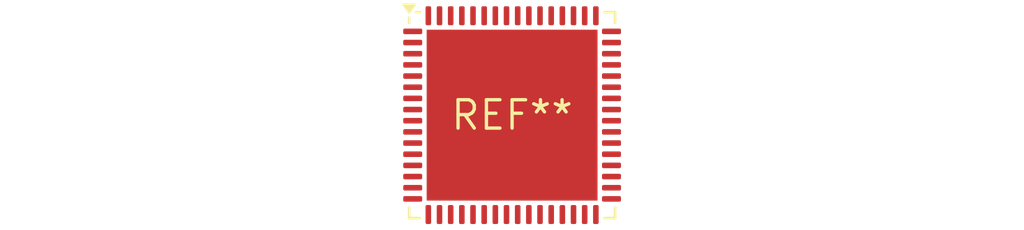
<source format=kicad_pcb>
(kicad_pcb (version 20240108) (generator pcbnew)
  (layers (0 "F.Cu" signal) (31 "B.Cu" signal) (34 "B.Paste" user) (35 "F.Paste" user) (36 "B.SilkS" user "B.Silkscreen") (37 "F.SilkS" user "F.Silkscreen") (38 "B.Mask" user) (39 "F.Mask" user) (44 "Edge.Cuts" user))
  (net 0 "")
  (footprint "QFN-64-1EP_9x9mm_P0.5mm_EP7.65x7.65mm" (layer "F.Cu") (at 0 0)
    (property "Reference" "REF**")
    (property "Value" "QFN-64-1EP_9x9mm_P0.5mm_EP7.65x7.65mm")
    (fp_line (start -4.61 -4.135) (end -4.61 -4.37) (layer "F.SilkS") (stroke (width 0.12)))
    (fp_line (start -4.61 4.61) (end -4.61 4.135) (layer "F.SilkS") (stroke (width 0.12)))
    (fp_line (start -4.135 -4.61) (end -4.31 -4.61) (layer "F.SilkS") (stroke (width 0.12)))
    (fp_line (start -4.135 4.61) (end -4.61 4.61) (layer "F.SilkS") (stroke (width 0.12)))
    (fp_line (start 4.135 -4.61) (end 4.61 -4.61) (layer "F.SilkS") (stroke (width 0.12)))
    (fp_line (start 4.135 4.61) (end 4.61 4.61) (layer "F.SilkS") (stroke (width 0.12)))
    (fp_line (start 4.61 -4.61) (end 4.61 -4.135) (layer "F.SilkS") (stroke (width 0.12)))
    (fp_line (start 4.61 4.61) (end 4.61 4.135) (layer "F.SilkS") (stroke (width 0.12)))
    (fp_poly (pts (xy -4.61 -4.61) (xy -4.85 -4.94) (xy -4.37 -4.94) (xy -4.61 -4.61)) (layer "F.SilkS") (stroke (width 0.12)) (fill solid))
    (pad "1" smd roundrect (at -4.45 -3.75) (size 0.85 0.25) (layers "F.Cu" "F.Paste" "F.Mask"))
    (pad "2" smd roundrect (at -4.45 -3.25) (size 0.85 0.25) (layers "F.Cu" "F.Paste" "F.Mask"))
    (pad "3" smd roundrect (at -4.45 -2.75) (size 0.85 0.25) (layers "F.Cu" "F.Paste" "F.Mask"))
    (pad "4" smd roundrect (at -4.45 -2.25) (size 0.85 0.25) (layers "F.Cu" "F.Paste" "F.Mask"))
    (pad "5" smd roundrect (at -4.45 -1.75) (size 0.85 0.25) (layers "F.Cu" "F.Paste" "F.Mask"))
    (pad "6" smd roundrect (at -4.45 -1.25) (size 0.85 0.25) (layers "F.Cu" "F.Paste" "F.Mask"))
    (pad "7" smd roundrect (at -4.45 -0.75) (size 0.85 0.25) (layers "F.Cu" "F.Paste" "F.Mask"))
    (pad "8" smd roundrect (at -4.45 -0.25) (size 0.85 0.25) (layers "F.Cu" "F.Paste" "F.Mask"))
    (pad "9" smd roundrect (at -4.45 0.25) (size 0.85 0.25) (layers "F.Cu" "F.Paste" "F.Mask"))
    (pad "10" smd roundrect (at -4.45 0.75) (size 0.85 0.25) (layers "F.Cu" "F.Paste" "F.Mask"))
    (pad "11" smd roundrect (at -4.45 1.25) (size 0.85 0.25) (layers "F.Cu" "F.Paste" "F.Mask"))
    (pad "12" smd roundrect (at -4.45 1.75) (size 0.85 0.25) (layers "F.Cu" "F.Paste" "F.Mask"))
    (pad "13" smd roundrect (at -4.45 2.25) (size 0.85 0.25) (layers "F.Cu" "F.Paste" "F.Mask"))
    (pad "14" smd roundrect (at -4.45 2.75) (size 0.85 0.25) (layers "F.Cu" "F.Paste" "F.Mask"))
    (pad "15" smd roundrect (at -4.45 3.25) (size 0.85 0.25) (layers "F.Cu" "F.Paste" "F.Mask"))
    (pad "16" smd roundrect (at -4.45 3.75) (size 0.85 0.25) (layers "F.Cu" "F.Paste" "F.Mask"))
    (pad "17" smd roundrect (at -3.75 4.45) (size 0.25 0.85) (layers "F.Cu" "F.Paste" "F.Mask"))
    (pad "18" smd roundrect (at -3.25 4.45) (size 0.25 0.85) (layers "F.Cu" "F.Paste" "F.Mask"))
    (pad "19" smd roundrect (at -2.75 4.45) (size 0.25 0.85) (layers "F.Cu" "F.Paste" "F.Mask"))
    (pad "20" smd roundrect (at -2.25 4.45) (size 0.25 0.85) (layers "F.Cu" "F.Paste" "F.Mask"))
    (pad "21" smd roundrect (at -1.75 4.45) (size 0.25 0.85) (layers "F.Cu" "F.Paste" "F.Mask"))
    (pad "22" smd roundrect (at -1.25 4.45) (size 0.25 0.85) (layers "F.Cu" "F.Paste" "F.Mask"))
    (pad "23" smd roundrect (at -0.75 4.45) (size 0.25 0.85) (layers "F.Cu" "F.Paste" "F.Mask"))
    (pad "24" smd roundrect (at -0.25 4.45) (size 0.25 0.85) (layers "F.Cu" "F.Paste" "F.Mask"))
    (pad "25" smd roundrect (at 0.25 4.45) (size 0.25 0.85) (layers "F.Cu" "F.Paste" "F.Mask"))
    (pad "26" smd roundrect (at 0.75 4.45) (size 0.25 0.85) (layers "F.Cu" "F.Paste" "F.Mask"))
    (pad "27" smd roundrect (at 1.25 4.45) (size 0.25 0.85) (layers "F.Cu" "F.Paste" "F.Mask"))
    (pad "28" smd roundrect (at 1.75 4.45) (size 0.25 0.85) (layers "F.Cu" "F.Paste" "F.Mask"))
    (pad "29" smd roundrect (at 2.25 4.45) (size 0.25 0.85) (layers "F.Cu" "F.Paste" "F.Mask"))
    (pad "30" smd roundrect (at 2.75 4.45) (size 0.25 0.85) (layers "F.Cu" "F.Paste" "F.Mask"))
    (pad "31" smd roundrect (at 3.25 4.45) (size 0.25 0.85) (layers "F.Cu" "F.Paste" "F.Mask"))
    (pad "32" smd roundrect (at 3.75 4.45) (size 0.25 0.85) (layers "F.Cu" "F.Paste" "F.Mask"))
    (pad "33" smd roundrect (at 4.45 3.75) (size 0.85 0.25) (layers "F.Cu" "F.Paste" "F.Mask"))
    (pad "34" smd roundrect (at 4.45 3.25) (size 0.85 0.25) (layers "F.Cu" "F.Paste" "F.Mask"))
    (pad "35" smd roundrect (at 4.45 2.75) (size 0.85 0.25) (layers "F.Cu" "F.Paste" "F.Mask"))
    (pad "36" smd roundrect (at 4.45 2.25) (size 0.85 0.25) (layers "F.Cu" "F.Paste" "F.Mask"))
    (pad "37" smd roundrect (at 4.45 1.75) (size 0.85 0.25) (layers "F.Cu" "F.Paste" "F.Mask"))
    (pad "38" smd roundrect (at 4.45 1.25) (size 0.85 0.25) (layers "F.Cu" "F.Paste" "F.Mask"))
    (pad "39" smd roundrect (at 4.45 0.75) (size 0.85 0.25) (layers "F.Cu" "F.Paste" "F.Mask"))
    (pad "40" smd roundrect (at 4.45 0.25) (size 0.85 0.25) (layers "F.Cu" "F.Paste" "F.Mask"))
    (pad "41" smd roundrect (at 4.45 -0.25) (size 0.85 0.25) (layers "F.Cu" "F.Paste" "F.Mask"))
    (pad "42" smd roundrect (at 4.45 -0.75) (size 0.85 0.25) (layers "F.Cu" "F.Paste" "F.Mask"))
    (pad "43" smd roundrect (at 4.45 -1.25) (size 0.85 0.25) (layers "F.Cu" "F.Paste" "F.Mask"))
    (pad "44" smd roundrect (at 4.45 -1.75) (size 0.85 0.25) (layers "F.Cu" "F.Paste" "F.Mask"))
    (pad "45" smd roundrect (at 4.45 -2.25) (size 0.85 0.25) (layers "F.Cu" "F.Paste" "F.Mask"))
    (pad "46" smd roundrect (at 4.45 -2.75) (size 0.85 0.25) (layers "F.Cu" "F.Paste" "F.Mask"))
    (pad "47" smd roundrect (at 4.45 -3.25) (size 0.85 0.25) (layers "F.Cu" "F.Paste" "F.Mask"))
    (pad "48" smd roundrect (at 4.45 -3.75) (size 0.85 0.25) (layers "F.Cu" "F.Paste" "F.Mask"))
    (pad "49" smd roundrect (at 3.75 -4.45) (size 0.25 0.85) (layers "F.Cu" "F.Paste" "F.Mask"))
    (pad "50" smd roundrect (at 3.25 -4.45) (size 0.25 0.85) (layers "F.Cu" "F.Paste" "F.Mask"))
    (pad "51" smd roundrect (at 2.75 -4.45) (size 0.25 0.85) (layers "F.Cu" "F.Paste" "F.Mask"))
    (pad "52" smd roundrect (at 2.25 -4.45) (size 0.25 0.85) (layers "F.Cu" "F.Paste" "F.Mask"))
    (pad "53" smd roundrect (at 1.75 -4.45) (size 0.25 0.85) (layers "F.Cu" "F.Paste" "F.Mask"))
    (pad "54" smd roundrect (at 1.25 -4.45) (size 0.25 0.85) (layers "F.Cu" "F.Paste" "F.Mask"))
    (pad "55" smd roundrect (at 0.75 -4.45) (size 0.25 0.85) (layers "F.Cu" "F.Paste" "F.Mask"))
    (pad "56" smd roundrect (at 0.25 -4.45) (size 0.25 0.85) (layers "F.Cu" "F.Paste" "F.Mask"))
    (pad "57" smd roundrect (at -0.25 -4.45) (size 0.25 0.85) (layers "F.Cu" "F.Paste" "F.Mask"))
    (pad "58" smd roundrect (at -0.75 -4.45) (size 0.25 0.85) (layers "F.Cu" "F.Paste" "F.Mask"))
    (pad "59" smd roundrect (at -1.25 -4.45) (size 0.25 0.85) (layers "F.Cu" "F.Paste" "F.Mask"))
    (pad "60" smd roundrect (at -1.75 -4.45) (size 0.25 0.85) (layers "F.Cu" "F.Paste" "F.Mask"))
    (pad "61" smd roundrect (at -2.25 -4.45) (size 0.25 0.85) (layers "F.Cu" "F.Paste" "F.Mask"))
    (pad "62" smd roundrect (at -2.75 -4.45) (size 0.25 0.85) (layers "F.Cu" "F.Paste" "F.Mask"))
    (pad "63" smd roundrect (at -3.25 -4.45) (size 0.25 0.85) (layers "F.Cu" "F.Paste" "F.Mask"))
    (pad "64" smd roundrect (at -3.75 -4.45) (size 0.25 0.85) (layers "F.Cu" "F.Paste" "F.Mask"))
    (pad "65" smd rect (at 0 0) (size 7.65 7.65) (property pad_prop_heatsink) (layers "F.Cu" "F.Mask"))
  )
)
</source>
